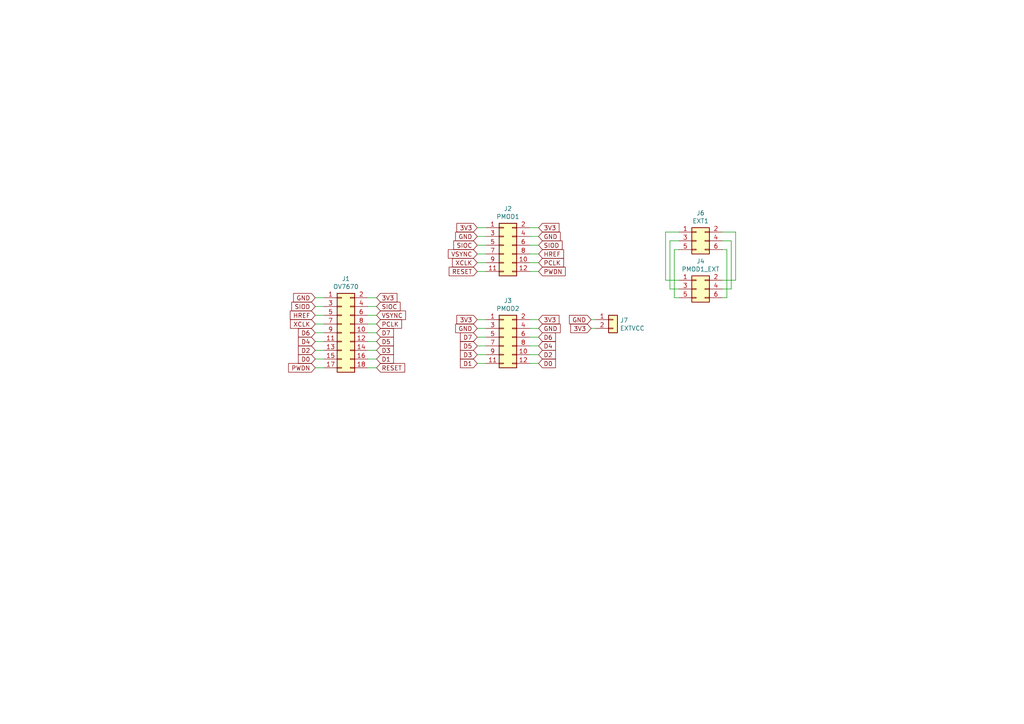
<source format=kicad_sch>
(kicad_sch (version 20230121) (generator eeschema)
  (paper "A4")
  (title_block (title "OV7670") (date "2020-10-08") (rev "1.0") (company "Radiona.org"))
  (lib_symbols
    (symbol "Connector_Generic:Conn_01x02" (pin_names (offset 1.016) hide)
      (property "Reference" "J" (at 0 2.54 0))
      (property "Value" "Conn_01x02" (at 0 -5.08 0))
      (symbol "Conn_01x02_1_1"
        (rectangle (start -1.27 -2.413) (end 0 -2.667) (stroke (width 0.1524)))
        (rectangle (start -1.27 0.127) (end 0 -0.127) (stroke (width 0.1524)))
        (rectangle (start -1.27 1.27) (end 1.27 -3.81) (stroke (width 0.254)) (fill (type background)))
        (pin passive line (at -5.08 0 0) (length 3.81) (name "Pin_1") (number "1"))
        (pin passive line (at -5.08 -2.54 0) (length 3.81) (name "Pin_2") (number "2"))
      )
    )
    (symbol "Connector_Generic:Conn_02x03_Odd_Even" (pin_names (offset 1.016) hide)
      (property "Reference" "J" (at 1.27 5.08 0))
      (property "Value" "Conn_02x03_Odd_Even" (at 1.27 -5.08 0))
      (symbol "Conn_02x03_Odd_Even_1_1"
        (rectangle (start -1.27 -2.413) (end 0 -2.667) (stroke (width 0.1524)))
        (rectangle (start -1.27 0.127) (end 0 -0.127) (stroke (width 0.1524)))
        (rectangle (start -1.27 2.667) (end 0 2.413) (stroke (width 0.1524)))
        (rectangle (start -1.27 3.81) (end 3.81 -3.81) (stroke (width 0.254)) (fill (type background)))
        (rectangle (start 3.81 -2.413) (end 2.54 -2.667) (stroke (width 0.1524)))
        (rectangle (start 3.81 0.127) (end 2.54 -0.127) (stroke (width 0.1524)))
        (rectangle (start 3.81 2.667) (end 2.54 2.413) (stroke (width 0.1524)))
        (pin passive line (at -5.08 2.54 0) (length 3.81) (name "Pin_1") (number "1"))
        (pin passive line (at 7.62 2.54 180) (length 3.81) (name "Pin_2") (number "2"))
        (pin passive line (at -5.08 0 0) (length 3.81) (name "Pin_3") (number "3"))
        (pin passive line (at 7.62 0 180) (length 3.81) (name "Pin_4") (number "4"))
        (pin passive line (at -5.08 -2.54 0) (length 3.81) (name "Pin_5") (number "5"))
        (pin passive line (at 7.62 -2.54 180) (length 3.81) (name "Pin_6") (number "6"))
      )
    )
    (symbol "Connector_Generic:Conn_02x06_Odd_Even" (pin_names (offset 1.016) hide)
      (property "Reference" "J" (at 1.27 7.62 0))
      (property "Value" "Conn_02x06_Odd_Even" (at 1.27 -10.16 0))
      (symbol "Conn_02x06_Odd_Even_1_1"
        (rectangle (start -1.27 -7.493) (end 0 -7.747) (stroke (width 0.1524)))
        (rectangle (start -1.27 -4.953) (end 0 -5.207) (stroke (width 0.1524)))
        (rectangle (start -1.27 -2.413) (end 0 -2.667) (stroke (width 0.1524)))
        (rectangle (start -1.27 0.127) (end 0 -0.127) (stroke (width 0.1524)))
        (rectangle (start -1.27 2.667) (end 0 2.413) (stroke (width 0.1524)))
        (rectangle (start -1.27 5.207) (end 0 4.953) (stroke (width 0.1524)))
        (rectangle (start -1.27 6.35) (end 3.81 -8.89) (stroke (width 0.254)) (fill (type background)))
        (rectangle (start 3.81 -7.493) (end 2.54 -7.747) (stroke (width 0.1524)))
        (rectangle (start 3.81 -4.953) (end 2.54 -5.207) (stroke (width 0.1524)))
        (rectangle (start 3.81 -2.413) (end 2.54 -2.667) (stroke (width 0.1524)))
        (rectangle (start 3.81 0.127) (end 2.54 -0.127) (stroke (width 0.1524)))
        (rectangle (start 3.81 2.667) (end 2.54 2.413) (stroke (width 0.1524)))
        (rectangle (start 3.81 5.207) (end 2.54 4.953) (stroke (width 0.1524)))
        (pin passive line (at -5.08 5.08 0) (length 3.81) (name "Pin_1") (number "1"))
        (pin passive line (at 7.62 -5.08 180) (length 3.81) (name "Pin_10") (number "10"))
        (pin passive line (at -5.08 -7.62 0) (length 3.81) (name "Pin_11") (number "11"))
        (pin passive line (at 7.62 -7.62 180) (length 3.81) (name "Pin_12") (number "12"))
        (pin passive line (at 7.62 5.08 180) (length 3.81) (name "Pin_2") (number "2"))
        (pin passive line (at -5.08 2.54 0) (length 3.81) (name "Pin_3") (number "3"))
        (pin passive line (at 7.62 2.54 180) (length 3.81) (name "Pin_4") (number "4"))
        (pin passive line (at -5.08 0 0) (length 3.81) (name "Pin_5") (number "5"))
        (pin passive line (at 7.62 0 180) (length 3.81) (name "Pin_6") (number "6"))
        (pin passive line (at -5.08 -2.54 0) (length 3.81) (name "Pin_7") (number "7"))
        (pin passive line (at 7.62 -2.54 180) (length 3.81) (name "Pin_8") (number "8"))
        (pin passive line (at -5.08 -5.08 0) (length 3.81) (name "Pin_9") (number "9"))
      )
    )
    (symbol "Connector_Generic:Conn_02x09_Odd_Even" (pin_names (offset 1.016) hide)
      (property "Reference" "J" (at 1.27 12.7 0))
      (property "Value" "Conn_02x09_Odd_Even" (at 1.27 -12.7 0))
      (symbol "Conn_02x09_Odd_Even_1_1"
        (rectangle (start -1.27 -10.033) (end 0 -10.287) (stroke (width 0.1524)))
        (rectangle (start -1.27 -7.493) (end 0 -7.747) (stroke (width 0.1524)))
        (rectangle (start -1.27 -4.953) (end 0 -5.207) (stroke (width 0.1524)))
        (rectangle (start -1.27 -2.413) (end 0 -2.667) (stroke (width 0.1524)))
        (rectangle (start -1.27 0.127) (end 0 -0.127) (stroke (width 0.1524)))
        (rectangle (start -1.27 2.667) (end 0 2.413) (stroke (width 0.1524)))
        (rectangle (start -1.27 5.207) (end 0 4.953) (stroke (width 0.1524)))
        (rectangle (start -1.27 7.747) (end 0 7.493) (stroke (width 0.1524)))
        (rectangle (start -1.27 10.287) (end 0 10.033) (stroke (width 0.1524)))
        (rectangle (start -1.27 11.43) (end 3.81 -11.43) (stroke (width 0.254)) (fill (type background)))
        (rectangle (start 3.81 -10.033) (end 2.54 -10.287) (stroke (width 0.1524)))
        (rectangle (start 3.81 -7.493) (end 2.54 -7.747) (stroke (width 0.1524)))
        (rectangle (start 3.81 -4.953) (end 2.54 -5.207) (stroke (width 0.1524)))
        (rectangle (start 3.81 -2.413) (end 2.54 -2.667) (stroke (width 0.1524)))
        (rectangle (start 3.81 0.127) (end 2.54 -0.127) (stroke (width 0.1524)))
        (rectangle (start 3.81 2.667) (end 2.54 2.413) (stroke (width 0.1524)))
        (rectangle (start 3.81 5.207) (end 2.54 4.953) (stroke (width 0.1524)))
        (rectangle (start 3.81 7.747) (end 2.54 7.493) (stroke (width 0.1524)))
        (rectangle (start 3.81 10.287) (end 2.54 10.033) (stroke (width 0.1524)))
        (pin passive line (at -5.08 10.16 0) (length 3.81) (name "Pin_1") (number "1"))
        (pin passive line (at 7.62 0 180) (length 3.81) (name "Pin_10") (number "10"))
        (pin passive line (at -5.08 -2.54 0) (length 3.81) (name "Pin_11") (number "11"))
        (pin passive line (at 7.62 -2.54 180) (length 3.81) (name "Pin_12") (number "12"))
        (pin passive line (at -5.08 -5.08 0) (length 3.81) (name "Pin_13") (number "13"))
        (pin passive line (at 7.62 -5.08 180) (length 3.81) (name "Pin_14") (number "14"))
        (pin passive line (at -5.08 -7.62 0) (length 3.81) (name "Pin_15") (number "15"))
        (pin passive line (at 7.62 -7.62 180) (length 3.81) (name "Pin_16") (number "16"))
        (pin passive line (at -5.08 -10.16 0) (length 3.81) (name "Pin_17") (number "17"))
        (pin passive line (at 7.62 -10.16 180) (length 3.81) (name "Pin_18") (number "18"))
        (pin passive line (at 7.62 10.16 180) (length 3.81) (name "Pin_2") (number "2"))
        (pin passive line (at -5.08 7.62 0) (length 3.81) (name "Pin_3") (number "3"))
        (pin passive line (at 7.62 7.62 180) (length 3.81) (name "Pin_4") (number "4"))
        (pin passive line (at -5.08 5.08 0) (length 3.81) (name "Pin_5") (number "5"))
        (pin passive line (at 7.62 5.08 180) (length 3.81) (name "Pin_6") (number "6"))
        (pin passive line (at -5.08 2.54 0) (length 3.81) (name "Pin_7") (number "7"))
        (pin passive line (at 7.62 2.54 180) (length 3.81) (name "Pin_8") (number "8"))
        (pin passive line (at -5.08 0 0) (length 3.81) (name "Pin_9") (number "9"))
      )
    )
  )
  (wire (pts (xy 153.67 76.2) (xy 156.21 76.2)))
  (wire (pts (xy 153.67 68.58) (xy 156.21 68.58)))
  (wire (pts (xy 106.68 86.36) (xy 109.22 86.36)))
  (wire (pts (xy 194.31 83.82) (xy 196.85 83.82)))
  (wire (pts (xy 91.44 88.9) (xy 93.98 88.9)))
  (wire (pts (xy 194.31 69.85) (xy 194.31 83.82)))
  (wire (pts (xy 138.43 66.04) (xy 140.97 66.04)))
  (wire (pts (xy 210.82 72.39) (xy 209.55 72.39)))
  (wire (pts (xy 193.04 67.31) (xy 193.04 81.28)))
  (wire (pts (xy 138.43 95.25) (xy 140.97 95.25)))
  (wire (pts (xy 91.44 96.52) (xy 93.98 96.52)))
  (wire (pts (xy 153.67 73.66) (xy 156.21 73.66)))
  (wire (pts (xy 213.36 67.31) (xy 209.55 67.31)))
  (wire (pts (xy 171.45 92.71) (xy 172.72 92.71)))
  (wire (pts (xy 106.68 91.44) (xy 109.22 91.44)))
  (wire (pts (xy 153.67 66.04) (xy 156.21 66.04)))
  (wire (pts (xy 210.82 86.36) (xy 210.82 72.39)))
  (wire (pts (xy 209.55 81.28) (xy 213.36 81.28)))
  (wire (pts (xy 153.67 102.87) (xy 156.21 102.87)))
  (wire (pts (xy 196.85 67.31) (xy 193.04 67.31)))
  (wire (pts (xy 138.43 100.33) (xy 140.97 100.33)))
  (wire (pts (xy 138.43 102.87) (xy 140.97 102.87)))
  (wire (pts (xy 209.55 86.36) (xy 210.82 86.36)))
  (wire (pts (xy 138.43 92.71) (xy 140.97 92.71)))
  (wire (pts (xy 153.67 95.25) (xy 156.21 95.25)))
  (wire (pts (xy 138.43 73.66) (xy 140.97 73.66)))
  (wire (pts (xy 171.45 95.25) (xy 172.72 95.25)))
  (wire (pts (xy 106.68 88.9) (xy 109.22 88.9)))
  (wire (pts (xy 93.98 106.68) (xy 91.44 106.68)))
  (wire (pts (xy 153.67 71.12) (xy 156.21 71.12)))
  (wire (pts (xy 193.04 81.28) (xy 196.85 81.28)))
  (wire (pts (xy 195.58 86.36) (xy 196.85 86.36)))
  (wire (pts (xy 106.68 93.98) (xy 109.22 93.98)))
  (wire (pts (xy 109.22 101.6) (xy 106.68 101.6)))
  (wire (pts (xy 209.55 69.85) (xy 212.09 69.85)))
  (wire (pts (xy 91.44 86.36) (xy 93.98 86.36)))
  (wire (pts (xy 153.67 97.79) (xy 156.21 97.79)))
  (wire (pts (xy 153.67 100.33) (xy 156.21 100.33)))
  (wire (pts (xy 106.68 104.14) (xy 109.22 104.14)))
  (wire (pts (xy 196.85 72.39) (xy 195.58 72.39)))
  (wire (pts (xy 195.58 72.39) (xy 195.58 86.36)))
  (wire (pts (xy 138.43 105.41) (xy 140.97 105.41)))
  (wire (pts (xy 212.09 83.82) (xy 209.55 83.82)))
  (wire (pts (xy 153.67 105.41) (xy 156.21 105.41)))
  (wire (pts (xy 138.43 76.2) (xy 140.97 76.2)))
  (wire (pts (xy 106.68 99.06) (xy 109.22 99.06)))
  (wire (pts (xy 138.43 78.74) (xy 140.97 78.74)))
  (wire (pts (xy 213.36 81.28) (xy 213.36 67.31)))
  (wire (pts (xy 91.44 93.98) (xy 93.98 93.98)))
  (wire (pts (xy 196.85 69.85) (xy 194.31 69.85)))
  (wire (pts (xy 93.98 101.6) (xy 91.44 101.6)))
  (wire (pts (xy 91.44 99.06) (xy 93.98 99.06)))
  (wire (pts (xy 106.68 96.52) (xy 109.22 96.52)))
  (wire (pts (xy 153.67 92.71) (xy 156.21 92.71)))
  (wire (pts (xy 91.44 91.44) (xy 93.98 91.44)))
  (wire (pts (xy 212.09 69.85) (xy 212.09 83.82)))
  (wire (pts (xy 138.43 68.58) (xy 140.97 68.58)))
  (wire (pts (xy 138.43 97.79) (xy 140.97 97.79)))
  (wire (pts (xy 138.43 71.12) (xy 140.97 71.12)))
  (wire (pts (xy 153.67 78.74) (xy 156.21 78.74)))
  (wire (pts (xy 109.22 106.68) (xy 106.68 106.68)))
  (wire (pts (xy 91.44 104.14) (xy 93.98 104.14)))
  (global_label "XCLK" (shape input) (at 138.43 76.2 180) (property "Intersheetrefs" "${INTERSHEET_REFS}" (effects hide)))
  (global_label "3V3" (shape input) (at 156.21 66.04 0) (property "Intersheetrefs" "${INTERSHEET_REFS}" (effects hide)))
  (global_label "3V3" (shape input) (at 171.45 95.25 180) (property "Intersheetrefs" "${INTERSHEET_REFS}" (effects hide)))
  (global_label "RESET" (shape input) (at 138.43 78.74 180) (property "Intersheetrefs" "${INTERSHEET_REFS}" (effects hide)))
  (global_label "D0" (shape input) (at 156.21 105.41 0) (property "Intersheetrefs" "${INTERSHEET_REFS}" (effects hide)))
  (global_label "SIOC" (shape input) (at 109.22 88.9 0) (property "Intersheetrefs" "${INTERSHEET_REFS}" (effects hide)))
  (global_label "GND" (shape input) (at 156.21 68.58 0) (property "Intersheetrefs" "${INTERSHEET_REFS}" (effects hide)))
  (global_label "HREF" (shape input) (at 156.21 73.66 0) (property "Intersheetrefs" "${INTERSHEET_REFS}" (effects hide)))
  (global_label "PWDN" (shape input) (at 91.44 106.68 180) (property "Intersheetrefs" "${INTERSHEET_REFS}" (effects hide)))
  (global_label "XCLK" (shape input) (at 91.44 93.98 180) (property "Intersheetrefs" "${INTERSHEET_REFS}" (effects hide)))
  (global_label "3V3" (shape input) (at 138.43 92.71 180) (property "Intersheetrefs" "${INTERSHEET_REFS}" (effects hide)))
  (global_label "PCLK" (shape input) (at 109.22 93.98 0) (property "Intersheetrefs" "${INTERSHEET_REFS}" (effects hide)))
  (global_label "D1" (shape input) (at 138.43 105.41 180) (property "Intersheetrefs" "${INTERSHEET_REFS}" (effects hide)))
  (global_label "D5" (shape input) (at 109.22 99.06 0) (property "Intersheetrefs" "${INTERSHEET_REFS}" (effects hide)))
  (global_label "D2" (shape input) (at 91.44 101.6 180) (property "Intersheetrefs" "${INTERSHEET_REFS}" (effects hide)))
  (global_label "PCLK" (shape input) (at 156.21 76.2 0) (property "Intersheetrefs" "${INTERSHEET_REFS}" (effects hide)))
  (global_label "GND" (shape input) (at 138.43 95.25 180) (property "Intersheetrefs" "${INTERSHEET_REFS}" (effects hide)))
  (global_label "D7" (shape input) (at 138.43 97.79 180) (property "Intersheetrefs" "${INTERSHEET_REFS}" (effects hide)))
  (global_label "D7" (shape input) (at 109.22 96.52 0) (property "Intersheetrefs" "${INTERSHEET_REFS}" (effects hide)))
  (global_label "RESET" (shape input) (at 109.22 106.68 0) (property "Intersheetrefs" "${INTERSHEET_REFS}" (effects hide)))
  (global_label "SIOD" (shape input) (at 156.21 71.12 0) (property "Intersheetrefs" "${INTERSHEET_REFS}" (effects hide)))
  (global_label "D6" (shape input) (at 156.21 97.79 0) (property "Intersheetrefs" "${INTERSHEET_REFS}" (effects hide)))
  (global_label "SIOD" (shape input) (at 91.44 88.9 180) (property "Intersheetrefs" "${INTERSHEET_REFS}" (effects hide)))
  (global_label "PWDN" (shape input) (at 156.21 78.74 0) (property "Intersheetrefs" "${INTERSHEET_REFS}" (effects hide)))
  (global_label "HREF" (shape input) (at 91.44 91.44 180) (property "Intersheetrefs" "${INTERSHEET_REFS}" (effects hide)))
  (global_label "GND" (shape input) (at 91.44 86.36 180) (property "Intersheetrefs" "${INTERSHEET_REFS}" (effects hide)))
  (global_label "D5" (shape input) (at 138.43 100.33 180) (property "Intersheetrefs" "${INTERSHEET_REFS}" (effects hide)))
  (global_label "D0" (shape input) (at 91.44 104.14 180) (property "Intersheetrefs" "${INTERSHEET_REFS}" (effects hide)))
  (global_label "D3" (shape input) (at 138.43 102.87 180) (property "Intersheetrefs" "${INTERSHEET_REFS}" (effects hide)))
  (global_label "3V3" (shape input) (at 109.22 86.36 0) (property "Intersheetrefs" "${INTERSHEET_REFS}" (effects hide)))
  (global_label "SIOC" (shape input) (at 138.43 71.12 180) (property "Intersheetrefs" "${INTERSHEET_REFS}" (effects hide)))
  (global_label "GND" (shape input) (at 156.21 95.25 0) (property "Intersheetrefs" "${INTERSHEET_REFS}" (effects hide)))
  (global_label "D1" (shape input) (at 109.22 104.14 0) (property "Intersheetrefs" "${INTERSHEET_REFS}" (effects hide)))
  (global_label "D6" (shape input) (at 91.44 96.52 180) (property "Intersheetrefs" "${INTERSHEET_REFS}" (effects hide)))
  (global_label "3V3" (shape input) (at 138.43 66.04 180) (property "Intersheetrefs" "${INTERSHEET_REFS}" (effects hide)))
  (global_label "D4" (shape input) (at 156.21 100.33 0) (property "Intersheetrefs" "${INTERSHEET_REFS}" (effects hide)))
  (global_label "D2" (shape input) (at 156.21 102.87 0) (property "Intersheetrefs" "${INTERSHEET_REFS}" (effects hide)))
  (global_label "GND" (shape input) (at 171.45 92.71 180) (property "Intersheetrefs" "${INTERSHEET_REFS}" (effects hide)))
  (global_label "3V3" (shape input) (at 156.21 92.71 0) (property "Intersheetrefs" "${INTERSHEET_REFS}" (effects hide)))
  (global_label "VSYNC" (shape input) (at 109.22 91.44 0) (property "Intersheetrefs" "${INTERSHEET_REFS}" (effects hide)))
  (global_label "D4" (shape input) (at 91.44 99.06 180) (property "Intersheetrefs" "${INTERSHEET_REFS}" (effects hide)))
  (global_label "D3" (shape input) (at 109.22 101.6 0) (property "Intersheetrefs" "${INTERSHEET_REFS}" (effects hide)))
  (global_label "GND" (shape input) (at 138.43 68.58 180) (property "Intersheetrefs" "${INTERSHEET_REFS}" (effects hide)))
  (global_label "VSYNC" (shape input) (at 138.43 73.66 180) (property "Intersheetrefs" "${INTERSHEET_REFS}" (effects hide)))
  (symbol (lib_id "Connector_Generic:Conn_02x09_Odd_Even") (at 99.06 96.52 0) (unit 1)
    (property "Reference" "J1" (at 100.33 80.8482 0))
    (property "Value" "OV7670" (at 100.33 83.1596 0))
    (property "Footprint" "Connector_PinSocket_2.54mm:PinSocket_2x09_P2.54mm_Vertical" (effects hide))
  )
  (symbol (lib_id "Connector_Generic:Conn_02x06_Odd_Even") (at 146.05 71.12 0) (unit 1)
    (property "Reference" "J2" (at 147.32 60.5282 0))
    (property "Value" "PMOD1" (at 147.32 62.8396 0))
    (property "Footprint" "Connector_PinHeader_2.54mm:PinHeader_2x06_P2.54mm_Horizontal" (effects hide))
  )
  (symbol (lib_id "Connector_Generic:Conn_02x06_Odd_Even") (at 146.05 97.79 0) (unit 1)
    (property "Reference" "J3" (at 147.32 87.1982 0))
    (property "Value" "PMOD2" (at 147.32 89.5096 0))
    (property "Footprint" "Connector_PinHeader_2.54mm:PinHeader_2x06_P2.54mm_Horizontal" (effects hide))
  )
  (symbol (lib_id "Connector_Generic:Conn_02x03_Odd_Even") (at 201.93 83.82 0) (unit 1)
    (property "Reference" "J4" (at 203.2 75.7682 0))
    (property "Value" "PMOD1_EXT" (at 203.2 78.0796 0))
    (property "Footprint" "Connector_PinHeader_2.54mm:PinHeader_2x03_P2.54mm_Horizontal" (effects hide))
  )
  (symbol (lib_id "Connector_Generic:Conn_02x03_Odd_Even") (at 201.93 69.85 0) (unit 1)
    (property "Reference" "J6" (at 203.2 61.7982 0))
    (property "Value" "EXT1" (at 203.2 64.1096 0))
    (property "Footprint" "Connector_PinHeader_2.54mm:PinHeader_2x03_P2.54mm_Vertical" (effects hide))
  )
  (symbol (lib_id "Connector_Generic:Conn_01x02") (at 177.8 92.71 0) (unit 1)
    (property "Reference" "J7" (at 179.8066 92.9132 0) (effects (justify left)))
    (property "Value" "EXTVCC" (at 179.8066 95.2246 0) (effects (justify left)))
    (property "Footprint" "Connector_PinHeader_2.54mm:PinHeader_1x02_P2.54mm_Vertical" (effects hide))
  )
)
</source>
